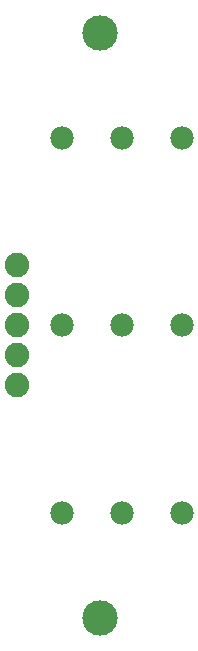
<source format=gbs>
G75*
%MOIN*%
%OFA0B0*%
%FSLAX25Y25*%
%IPPOS*%
%LPD*%
%AMOC8*
5,1,8,0,0,1.08239X$1,22.5*
%
%ADD10C,0.11824*%
%ADD11C,0.08200*%
%ADD12C,0.07800*%
D10*
X0037750Y0016500D03*
X0037750Y0211500D03*
D11*
X0010250Y0134000D03*
X0010250Y0124000D03*
X0010250Y0114000D03*
X0010250Y0104000D03*
X0010250Y0094000D03*
D12*
X0025250Y0051500D03*
X0045250Y0051500D03*
X0065250Y0051500D03*
X0065250Y0114000D03*
X0045250Y0114000D03*
X0025250Y0114000D03*
X0025250Y0176500D03*
X0045250Y0176500D03*
X0065250Y0176500D03*
M02*

</source>
